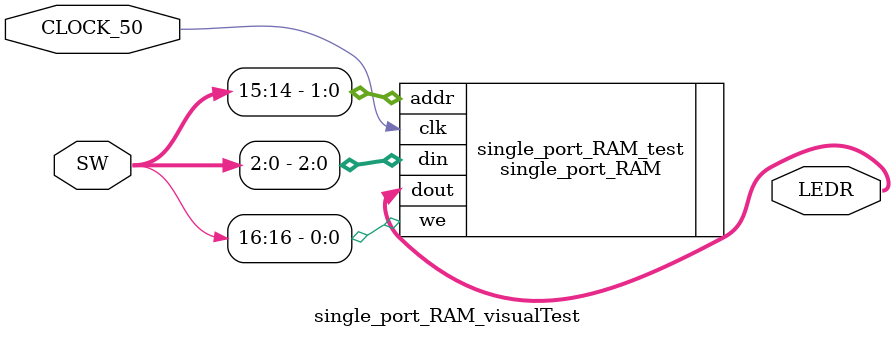
<source format=v>


module single_port_RAM_visualTest
#(
	parameter ADDR_WIDTH = 2,
	parameter DATA_WIDTH = 3
)
(
	input wire CLOCK_50,
	input wire [16:0] SW,
	output wire [DATA_WIDTH-1:0] LEDR
);

single_port_RAM single_port_RAM_test( 
		.clk(CLOCK_50),
		.we(SW[16]),
		.addr(SW[15:14]),
		.din(SW[2:0]),	
		.dout(LEDR)
);

endmodule 
</source>
